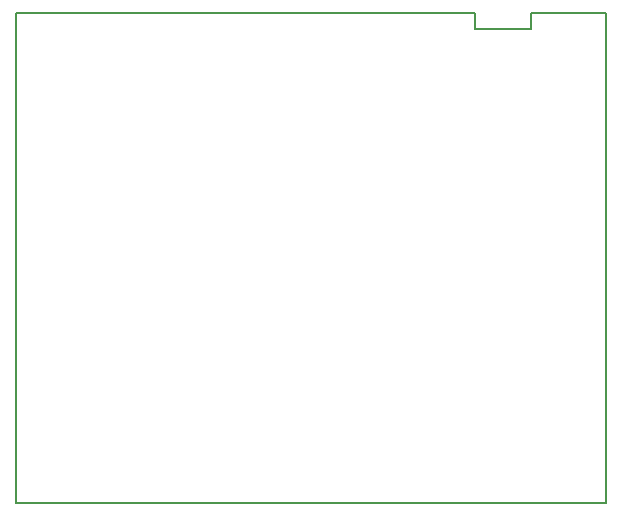
<source format=gbr>
G04 DipTrace 3.3.1.3*
G04 BoardOutline.gbr*
%MOIN*%
G04 #@! TF.FileFunction,Profile*
G04 #@! TF.Part,Single*
%ADD11C,0.005512*%
%FSLAX26Y26*%
G04*
G70*
G90*
G75*
G01*
G04 BoardOutline*
%LPD*%
X394016Y394016D2*
D11*
X2362520D1*
Y2027874D1*
X2113331D1*
Y1972756D1*
X1924354D1*
Y2027874D1*
X394016D1*
Y394016D1*
M02*

</source>
